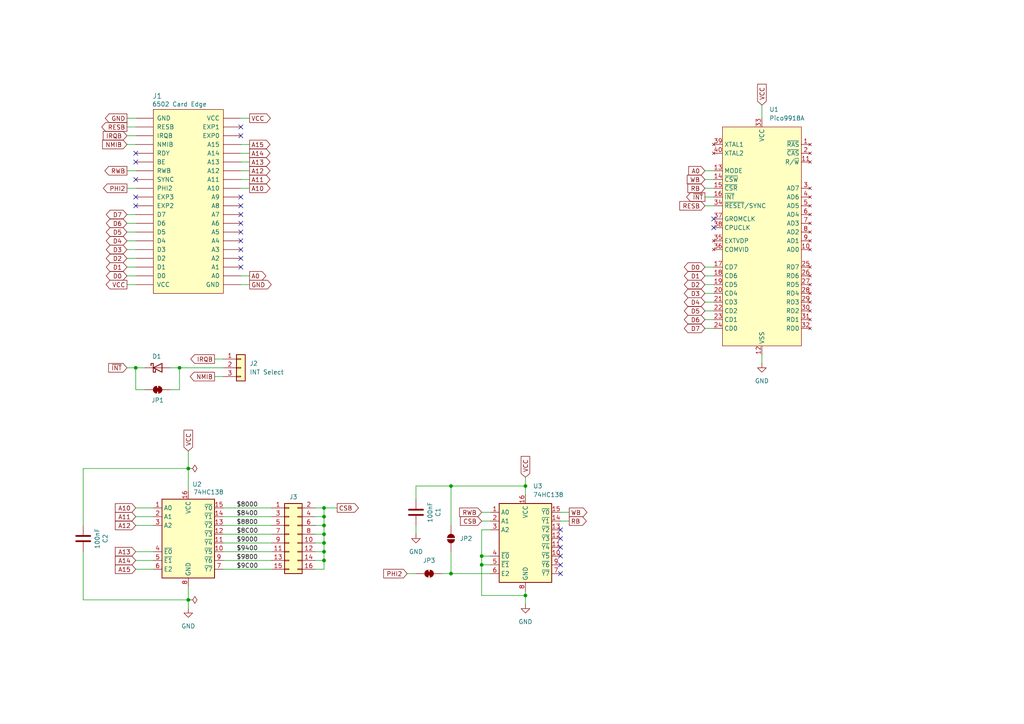
<source format=kicad_sch>
(kicad_sch (version 20250114) (generator "eeschema") (generator_version "9.0")
  (paper "A4")
  (title_block (title "6502 VGA Card") (date "2025-09-18") (rev "1.0") (company "A.C. Wright Design"))
  (lib_symbols
    (symbol "6502 Parts:6502 Card Edge" (pin_names (offset 1.016)) (in_bom no)
      (property "Reference" "J" (at -10.16 28.448 0))
      (property "Value" "6502 Card Edge" (at -5.588 26.924 0))
      (symbol "6502 Card Edge_1_0"
        (rectangle (start -10.16 25.4) (end 10.16 -27.94) (fill (type background)))
        (pin power_in line (at -15.24 22.86 0) (length 5.08) (name "GND") (number "GND"))
        (pin bidirectional line (at -15.24 20.32 0) (length 5.08) (name "RESB") (number "RESB"))
        (pin bidirectional line (at -15.24 17.78 0) (length 5.08) (name "IRQB") (number "IRQB"))
        (pin bidirectional line (at -15.24 15.24 0) (length 5.08) (name "NMIB") (number "NMIB"))
        (pin bidirectional line (at -15.24 12.7 0) (length 5.08) (name "RDY") (number "RDY"))
        (pin bidirectional line (at -15.24 10.16 0) (length 5.08) (name "BE") (number "BE"))
        (pin bidirectional line (at -15.24 7.62 0) (length 5.08) (name "RWB") (number "RWB"))
        (pin bidirectional line (at -15.24 5.08 0) (length 5.08) (name "SYNC") (number "SYNC"))
        (pin bidirectional line (at -15.24 2.54 0) (length 5.08) (name "PHI2") (number "PHI2"))
        (pin bidirectional line (at -15.24 0 0) (length 5.08) (name "EXP3") (number "EXP3"))
        (pin bidirectional line (at -15.24 -2.54 0) (length 5.08) (name "EXP2") (number "EXP2"))
        (pin bidirectional line (at -15.24 -5.08 0) (length 5.08) (name "D7") (number "D7"))
        (pin bidirectional line (at -15.24 -7.62 0) (length 5.08) (name "D6") (number "D6"))
        (pin bidirectional line (at -15.24 -10.16 0) (length 5.08) (name "D5") (number "D5"))
        (pin bidirectional line (at -15.24 -12.7 0) (length 5.08) (name "D4") (number "D4"))
        (pin bidirectional line (at -15.24 -15.24 0) (length 5.08) (name "D3") (number "D3"))
        (pin bidirectional line (at -15.24 -17.78 0) (length 5.08) (name "D2") (number "D2"))
        (pin bidirectional line (at -15.24 -20.32 0) (length 5.08) (name "D1") (number "D1"))
        (pin bidirectional line (at -15.24 -22.86 0) (length 5.08) (name "D0") (number "D0"))
        (pin power_in line (at -15.24 -25.4 0) (length 5.08) (name "VCC") (number "VCC"))
        (pin power_in line (at 15.24 22.86 180) (length 5.08) (name "VCC") (number "VCC"))
        (pin bidirectional line (at 15.24 20.32 180) (length 5.08) (name "EXP1") (number "EXP1"))
        (pin bidirectional line (at 15.24 17.78 180) (length 5.08) (name "EXP0") (number "EXP0"))
        (pin bidirectional line (at 15.24 15.24 180) (length 5.08) (name "A15") (number "A15"))
        (pin bidirectional line (at 15.24 12.7 180) (length 5.08) (name "A14") (number "A14"))
        (pin bidirectional line (at 15.24 10.16 180) (length 5.08) (name "A13") (number "A13"))
        (pin bidirectional line (at 15.24 7.62 180) (length 5.08) (name "A12") (number "A12"))
        (pin bidirectional line (at 15.24 5.08 180) (length 5.08) (name "A11") (number "A11"))
        (pin bidirectional line (at 15.24 2.54 180) (length 5.08) (name "A10") (number "A10"))
        (pin bidirectional line (at 15.24 0 180) (length 5.08) (name "A9") (number "A9"))
        (pin bidirectional line (at 15.24 -2.54 180) (length 5.08) (name "A8") (number "A8"))
        (pin bidirectional line (at 15.24 -5.08 180) (length 5.08) (name "A7") (number "A7"))
        (pin bidirectional line (at 15.24 -7.62 180) (length 5.08) (name "A6") (number "A6"))
        (pin bidirectional line (at 15.24 -10.16 180) (length 5.08) (name "A5") (number "A5"))
        (pin bidirectional line (at 15.24 -12.7 180) (length 5.08) (name "A4") (number "A4"))
        (pin bidirectional line (at 15.24 -15.24 180) (length 5.08) (name "A3") (number "A3"))
        (pin bidirectional line (at 15.24 -17.78 180) (length 5.08) (name "A2") (number "A2"))
        (pin bidirectional line (at 15.24 -20.32 180) (length 5.08) (name "A1") (number "A1"))
        (pin bidirectional line (at 15.24 -22.86 180) (length 5.08) (name "A0") (number "A0"))
        (pin power_in line (at 15.24 -25.4 180) (length 5.08) (name "GND") (number "GND"))
      )
    )
    (symbol "6502 Parts:Pico9918A"
      (property "Reference" "U" (at -11.176 34.036 0))
      (property "Value" "Pico9918A" (at -6.858 32.004 0))
      (symbol "Pico9918A_1_1"
        (rectangle (start -11.43 30.48) (end 11.43 -33.02) (fill (type background)))
        (pin no_connect line (at -13.97 25.4 0) (length 2.54) (name "XTAL1") (number "39"))
        (pin no_connect line (at -13.97 22.86 0) (length 2.54) (name "XTAL2") (number "40"))
        (pin input line (at -13.97 17.78 0) (length 2.54) (name "MODE") (number "13"))
        (pin input line (at -13.97 15.24 0) (length 2.54) (name "~{CSW}") (number "14"))
        (pin input line (at -13.97 12.7 0) (length 2.54) (name "~{CSR}") (number "15"))
        (pin output line (at -13.97 10.16 0) (length 2.54) (name "~{INT}") (number "16"))
        (pin input line (at -13.97 7.62 0) (length 2.54) (name "~{RESET}/SYNC") (number "34"))
        (pin output line (at -13.97 3.81 0) (length 2.54) (name "GROMCLK") (number "37"))
        (pin output line (at -13.97 1.27 0) (length 2.54) (name "CPUCLK") (number "38"))
        (pin no_connect line (at -13.97 -2.54 0) (length 2.54) (name "EXTVDP") (number "35"))
        (pin no_connect line (at -13.97 -5.08 0) (length 2.54) (name "COMVID") (number "36"))
        (pin bidirectional line (at -13.97 -10.16 0) (length 2.54) (name "CD7") (number "17"))
        (pin bidirectional line (at -13.97 -12.7 0) (length 2.54) (name "CD6") (number "18"))
        (pin bidirectional line (at -13.97 -15.24 0) (length 2.54) (name "CD5") (number "19"))
        (pin bidirectional line (at -13.97 -17.78 0) (length 2.54) (name "CD4") (number "20"))
        (pin bidirectional line (at -13.97 -20.32 0) (length 2.54) (name "CD3") (number "21"))
        (pin bidirectional line (at -13.97 -22.86 0) (length 2.54) (name "CD2") (number "22"))
        (pin bidirectional line (at -13.97 -25.4 0) (length 2.54) (name "CD1") (number "23"))
        (pin bidirectional line (at -13.97 -27.94 0) (length 2.54) (name "CD0") (number "24"))
        (pin input line (at 0 33.02 270) (length 2.54) (name "VCC") (number "33"))
        (pin power_in line (at 0 -35.56 90) (length 2.54) (name "VSS") (number "12"))
        (pin no_connect line (at 13.97 25.4 180) (length 2.54) (name "~{RAS}") (number "1"))
        (pin no_connect line (at 13.97 22.86 180) (length 2.54) (name "~{CAS}") (number "2"))
        (pin no_connect line (at 13.97 20.32 180) (length 2.54) (name "R/~{W}") (number "11"))
        (pin no_connect line (at 13.97 12.7 180) (length 2.54) (name "AD7") (number "3"))
        (pin no_connect line (at 13.97 10.16 180) (length 2.54) (name "AD6") (number "4"))
        (pin no_connect line (at 13.97 7.62 180) (length 2.54) (name "AD5") (number "5"))
        (pin no_connect line (at 13.97 5.08 180) (length 2.54) (name "AD4") (number "6"))
        (pin no_connect line (at 13.97 2.54 180) (length 2.54) (name "AD3") (number "7"))
        (pin no_connect line (at 13.97 0 180) (length 2.54) (name "AD2") (number "8"))
        (pin no_connect line (at 13.97 -2.54 180) (length 2.54) (name "AD1") (number "9"))
        (pin no_connect line (at 13.97 -5.08 180) (length 2.54) (name "AD0") (number "10"))
        (pin no_connect line (at 13.97 -10.16 180) (length 2.54) (name "RD7") (number "25"))
        (pin no_connect line (at 13.97 -12.7 180) (length 2.54) (name "RD6") (number "26"))
        (pin no_connect line (at 13.97 -15.24 180) (length 2.54) (name "RD5") (number "27"))
        (pin no_connect line (at 13.97 -17.78 180) (length 2.54) (name "RD4") (number "28"))
        (pin no_connect line (at 13.97 -20.32 180) (length 2.54) (name "RD3") (number "29"))
        (pin no_connect line (at 13.97 -22.86 180) (length 2.54) (name "RD2") (number "30"))
        (pin no_connect line (at 13.97 -25.4 180) (length 2.54) (name "RD1") (number "31"))
        (pin no_connect line (at 13.97 -27.94 180) (length 2.54) (name "RD0") (number "32"))
      )
    )
    (symbol "74xx:74HC138"
      (property "Reference" "U" (at -7.62 13.97 0))
      (property "Value" "74HC138" (at 2.54 -11.43 0))
      (symbol "74HC138_0_1"
        (rectangle (start -7.62 12.7) (end 7.62 -10.16) (stroke (width 0.254)) (fill (type background)))
      )
      (symbol "74HC138_1_1"
        (pin input line (at -10.16 10.16 0) (length 2.54) (name "A0") (number "1"))
        (pin input line (at -10.16 7.62 0) (length 2.54) (name "A1") (number "2"))
        (pin input line (at -10.16 5.08 0) (length 2.54) (name "A2") (number "3"))
        (pin input line (at -10.16 -2.54 0) (length 2.54) (name "~{E0}") (number "4"))
        (pin input line (at -10.16 -5.08 0) (length 2.54) (name "~{E1}") (number "5"))
        (pin input line (at -10.16 -7.62 0) (length 2.54) (name "E2") (number "6"))
        (pin power_in line (at 0 15.24 270) (length 2.54) (name "VCC") (number "16"))
        (pin power_in line (at 0 -12.7 90) (length 2.54) (name "GND") (number "8"))
        (pin output line (at 10.16 10.16 180) (length 2.54) (name "~{Y0}") (number "15"))
        (pin output line (at 10.16 7.62 180) (length 2.54) (name "~{Y1}") (number "14"))
        (pin output line (at 10.16 5.08 180) (length 2.54) (name "~{Y2}") (number "13"))
        (pin output line (at 10.16 2.54 180) (length 2.54) (name "~{Y3}") (number "12"))
        (pin output line (at 10.16 0 180) (length 2.54) (name "~{Y4}") (number "11"))
        (pin output line (at 10.16 -2.54 180) (length 2.54) (name "~{Y5}") (number "10"))
        (pin output line (at 10.16 -5.08 180) (length 2.54) (name "~{Y6}") (number "9"))
        (pin output line (at 10.16 -7.62 180) (length 2.54) (name "~{Y7}") (number "7"))
      )
    )
    (symbol "Connector_Generic:Conn_01x03" (pin_names (offset 1.016) (hide yes))
      (property "Reference" "J" (at 0 5.08 0))
      (property "Value" "Conn_01x03" (at 0 -5.08 0))
      (symbol "Conn_01x03_1_1"
        (rectangle (start -1.27 3.81) (end 1.27 -3.81) (stroke (width 0.254)) (fill (type background)))
        (rectangle (start -1.27 2.667) (end 0 2.413) (stroke (width 0.1524)))
        (rectangle (start -1.27 0.127) (end 0 -0.127) (stroke (width 0.1524)))
        (rectangle (start -1.27 -2.413) (end 0 -2.667) (stroke (width 0.1524)))
        (pin passive line (at -5.08 2.54 0) (length 3.81) (name "Pin_1") (number "1"))
        (pin passive line (at -5.08 0 0) (length 3.81) (name "Pin_2") (number "2"))
        (pin passive line (at -5.08 -2.54 0) (length 3.81) (name "Pin_3") (number "3"))
      )
    )
    (symbol "Connector_Generic:Conn_02x08_Odd_Even" (pin_names (offset 1.016) (hide yes))
      (property "Reference" "J" (at 1.27 10.16 0))
      (property "Value" "Conn_02x08_Odd_Even" (at 1.27 -12.7 0))
      (symbol "Conn_02x08_Odd_Even_1_1"
        (rectangle (start -1.27 8.89) (end 3.81 -11.43) (stroke (width 0.254)) (fill (type background)))
        (rectangle (start -1.27 7.747) (end 0 7.493) (stroke (width 0.1524)))
        (rectangle (start -1.27 5.207) (end 0 4.953) (stroke (width 0.1524)))
        (rectangle (start -1.27 2.667) (end 0 2.413) (stroke (width 0.1524)))
        (rectangle (start -1.27 0.127) (end 0 -0.127) (stroke (width 0.1524)))
        (rectangle (start -1.27 -2.413) (end 0 -2.667) (stroke (width 0.1524)))
        (rectangle (start -1.27 -4.953) (end 0 -5.207) (stroke (width 0.1524)))
        (rectangle (start -1.27 -7.493) (end 0 -7.747) (stroke (width 0.1524)))
        (rectangle (start -1.27 -10.033) (end 0 -10.287) (stroke (width 0.1524)))
        (rectangle (start 3.81 7.747) (end 2.54 7.493) (stroke (width 0.1524)))
        (rectangle (start 3.81 5.207) (end 2.54 4.953) (stroke (width 0.1524)))
        (rectangle (start 3.81 2.667) (end 2.54 2.413) (stroke (width 0.1524)))
        (rectangle (start 3.81 0.127) (end 2.54 -0.127) (stroke (width 0.1524)))
        (rectangle (start 3.81 -2.413) (end 2.54 -2.667) (stroke (width 0.1524)))
        (rectangle (start 3.81 -4.953) (end 2.54 -5.207) (stroke (width 0.1524)))
        (rectangle (start 3.81 -7.493) (end 2.54 -7.747) (stroke (width 0.1524)))
        (rectangle (start 3.81 -10.033) (end 2.54 -10.287) (stroke (width 0.1524)))
        (pin passive line (at -5.08 7.62 0) (length 3.81) (name "Pin_1") (number "1"))
        (pin passive line (at -5.08 5.08 0) (length 3.81) (name "Pin_3") (number "3"))
        (pin passive line (at -5.08 2.54 0) (length 3.81) (name "Pin_5") (number "5"))
        (pin passive line (at -5.08 0 0) (length 3.81) (name "Pin_7") (number "7"))
        (pin passive line (at -5.08 -2.54 0) (length 3.81) (name "Pin_9") (number "9"))
        (pin passive line (at -5.08 -5.08 0) (length 3.81) (name "Pin_11") (number "11"))
        (pin passive line (at -5.08 -7.62 0) (length 3.81) (name "Pin_13") (number "13"))
        (pin passive line (at -5.08 -10.16 0) (length 3.81) (name "Pin_15") (number "15"))
        (pin passive line (at 7.62 7.62 180) (length 3.81) (name "Pin_2") (number "2"))
        (pin passive line (at 7.62 5.08 180) (length 3.81) (name "Pin_4") (number "4"))
        (pin passive line (at 7.62 2.54 180) (length 3.81) (name "Pin_6") (number "6"))
        (pin passive line (at 7.62 0 180) (length 3.81) (name "Pin_8") (number "8"))
        (pin passive line (at 7.62 -2.54 180) (length 3.81) (name "Pin_10") (number "10"))
        (pin passive line (at 7.62 -5.08 180) (length 3.81) (name "Pin_12") (number "12"))
        (pin passive line (at 7.62 -7.62 180) (length 3.81) (name "Pin_14") (number "14"))
        (pin passive line (at 7.62 -10.16 180) (length 3.81) (name "Pin_16") (number "16"))
      )
    )
    (symbol "Device:C" (pin_numbers (hide yes)) (pin_names (offset 0.254))
      (property "Reference" "C" (at 0.635 2.54 0))
      (property "Value" "C" (at 0.635 -2.54 0))
      (symbol "C_0_1"
        (polyline (pts (xy -2.032 0.762) (xy 2.032 0.762)) (stroke (width 0.508)))
        (polyline (pts (xy -2.032 -0.762) (xy 2.032 -0.762)) (stroke (width 0.508)))
      )
      (symbol "C_1_1"
        (pin passive line (at 0 3.81 270) (length 2.794) (name "~") (number "1"))
        (pin passive line (at 0 -3.81 90) (length 2.794) (name "~") (number "2"))
      )
    )
    (symbol "Device:D_Schottky" (pin_numbers (hide yes)) (pin_names (offset 1.016) (hide yes))
      (property "Reference" "D" (at 0 2.54 0))
      (property "Value" "D_Schottky" (at 0 -2.54 0))
      (symbol "D_Schottky_0_1"
        (polyline (pts (xy -1.905 0.635) (xy -1.905 1.27) (xy -1.27 1.27) (xy -1.27 -1.27) (xy -0.635 -1.27) (xy -0.635 -0.635)) (stroke (width 0.254)))
        (polyline (pts (xy 1.27 1.27) (xy 1.27 -1.27) (xy -1.27 0) (xy 1.27 1.27)) (stroke (width 0.254)))
        (polyline (pts (xy 1.27 0) (xy -1.27 0)))
      )
      (symbol "D_Schottky_1_1"
        (pin passive line (at -3.81 0 0) (length 2.54) (name "K") (number "1"))
        (pin passive line (at 3.81 0 180) (length 2.54) (name "A") (number "2"))
      )
    )
    (symbol "Jumper:SolderJumper_2_Bridged" (pin_numbers (hide yes)) (pin_names (offset 0) (hide yes)) (exclude_from_sim yes) (in_bom no)
      (property "Reference" "JP" (at 0 2.032 0))
      (property "Value" "SolderJumper_2_Bridged" (at 0 -2.54 0))
      (symbol "SolderJumper_2_Bridged_0_1"
        (rectangle (start -0.508 0.508) (end 0.508 -0.508) (fill (type outline)))
        (polyline (pts (xy -0.254 1.016) (xy -0.254 -1.016)))
        (arc (start -0.254 -1.016) (mid -1.2656 0) (end -0.254 1.016))
        (arc (start -0.254 -1.016) (mid -1.2656 0) (end -0.254 1.016) (fill (type outline)))
        (arc (start 0.254 1.016) (mid 1.2656 0) (end 0.254 -1.016))
        (arc (start 0.254 1.016) (mid 1.2656 0) (end 0.254 -1.016) (fill (type outline)))
        (polyline (pts (xy 0.254 1.016) (xy 0.254 -1.016)))
      )
      (symbol "SolderJumper_2_Bridged_1_1"
        (pin passive line (at -3.81 0 0) (length 2.54) (name "A") (number "1"))
        (pin passive line (at 3.81 0 180) (length 2.54) (name "B") (number "2"))
      )
    )
    (symbol "Jumper:SolderJumper_2_Open" (pin_numbers (hide yes)) (pin_names (offset 0) (hide yes)) (exclude_from_sim yes) (in_bom no)
      (property "Reference" "JP" (at 0 2.032 0))
      (property "Value" "SolderJumper_2_Open" (at 0 -2.54 0))
      (symbol "SolderJumper_2_Open_0_1"
        (polyline (pts (xy -0.254 1.016) (xy -0.254 -1.016)))
        (arc (start -0.254 -1.016) (mid -1.2656 0) (end -0.254 1.016))
        (arc (start -0.254 -1.016) (mid -1.2656 0) (end -0.254 1.016) (fill (type outline)))
        (arc (start 0.254 1.016) (mid 1.2656 0) (end 0.254 -1.016))
        (arc (start 0.254 1.016) (mid 1.2656 0) (end 0.254 -1.016) (fill (type outline)))
        (polyline (pts (xy 0.254 1.016) (xy 0.254 -1.016)))
      )
      (symbol "SolderJumper_2_Open_1_1"
        (pin passive line (at -3.81 0 0) (length 2.54) (name "A") (number "1"))
        (pin passive line (at 3.81 0 180) (length 2.54) (name "B") (number "2"))
      )
    )
    (symbol "SolderJumper_2_Bridged_1" (pin_numbers (hide yes)) (pin_names (offset 0) (hide yes)) (in_bom no)
      (property "Reference" "JP" (at 0 2.032 0))
      (property "Value" "SolderJumper_2_Bridged" (at 0 -2.54 0))
      (symbol "SolderJumper_2_Bridged_1_0_1"
        (rectangle (start -0.508 0.508) (end 0.508 -0.508) (fill (type outline)))
        (polyline (pts (xy -0.254 1.016) (xy -0.254 -1.016)))
        (arc (start -0.254 -1.016) (mid -1.2656 0) (end -0.254 1.016))
        (arc (start -0.254 -1.016) (mid -1.2656 0) (end -0.254 1.016) (fill (type outline)))
        (arc (start 0.254 1.016) (mid 1.2656 0) (end 0.254 -1.016))
        (arc (start 0.254 1.016) (mid 1.2656 0) (end 0.254 -1.016) (fill (type outline)))
        (polyline (pts (xy 0.254 1.016) (xy 0.254 -1.016)))
      )
      (symbol "SolderJumper_2_Bridged_1_1_1"
        (pin passive line (at -3.81 0 0) (length 2.54) (name "A") (number "1"))
        (pin passive line (at 3.81 0 180) (length 2.54) (name "B") (number "2"))
      )
    )
    (symbol "power:GND" (power) (pin_numbers (hide yes)) (pin_names (offset 0) (hide yes))
      (property "Value" "GND" (at 0 -3.81 0))
      (symbol "GND_0_1"
        (polyline (pts (xy 0 0) (xy 0 -1.27) (xy 1.27 -1.27) (xy 0 -2.54) (xy -1.27 -1.27) (xy 0 -1.27)))
      )
      (symbol "GND_1_1"
        (pin power_in line (at 0 0 270) (length 0) (name "~") (number "1"))
      )
    )
    (symbol "power:PWR_FLAG" (power) (pin_numbers (hide yes)) (pin_names (offset 0) (hide yes))
      (property "Value" "PWR_FLAG" (at 0 3.81 0))
      (symbol "PWR_FLAG_0_0"
        (pin power_out line (at 0 0 90) (length 0) (name "~") (number "1"))
      )
      (symbol "PWR_FLAG_0_1"
        (polyline (pts (xy 0 0) (xy 0 1.27) (xy -1.016 1.905) (xy 0 2.54) (xy 1.016 1.905) (xy 0 1.27)))
      )
    )
  )
  (junction (at 130.81 140.97))
  (junction (at 54.61 135.89))
  (junction (at 93.98 157.48))
  (junction (at 93.98 162.56))
  (junction (at 39.37 106.68))
  (junction (at 54.61 173.99))
  (junction (at 152.4 140.97))
  (junction (at 93.98 147.32))
  (junction (at 93.98 160.02))
  (junction (at 152.4 172.72))
  (junction (at 130.81 166.37))
  (junction (at 139.7 163.83))
  (junction (at 52.07 106.68))
  (junction (at 93.98 154.94))
  (junction (at 93.98 149.86))
  (junction (at 139.7 161.29))
  (junction (at 93.98 152.4))
  (no_connect (at 39.37 52.07))
  (no_connect (at 39.37 44.45))
  (no_connect (at 39.37 59.69))
  (no_connect (at 207.01 63.5))
  (no_connect (at 69.85 72.39))
  (no_connect (at 69.85 77.47))
  (no_connect (at 162.56 158.75))
  (no_connect (at 69.85 59.69))
  (no_connect (at 162.56 161.29))
  (no_connect (at 69.85 69.85))
  (no_connect (at 69.85 36.83))
  (no_connect (at 39.37 57.15))
  (no_connect (at 162.56 156.21))
  (no_connect (at 207.01 66.04))
  (no_connect (at 69.85 64.77))
  (no_connect (at 39.37 46.99))
  (no_connect (at 69.85 39.37))
  (no_connect (at 162.56 153.67))
  (no_connect (at 69.85 74.93))
  (no_connect (at 69.85 62.23))
  (no_connect (at 162.56 163.83))
  (no_connect (at 69.85 67.31))
  (no_connect (at 69.85 57.15))
  (no_connect (at 162.56 166.37))
  (wire (pts (xy 130.81 166.37) (xy 142.24 166.37)))
  (wire (pts (xy 139.7 148.59) (xy 142.24 148.59)))
  (wire (pts (xy 93.98 154.94) (xy 91.44 154.94)))
  (wire (pts (xy 130.81 152.4) (xy 130.81 140.97)))
  (wire (pts (xy 69.85 41.91) (xy 72.39 41.91)))
  (wire (pts (xy 93.98 149.86) (xy 91.44 149.86)))
  (wire (pts (xy 24.13 173.99) (xy 24.13 160.02)))
  (wire (pts (xy 36.83 54.61) (xy 39.37 54.61)))
  (wire (pts (xy 118.11 166.37) (xy 120.65 166.37)))
  (wire (pts (xy 204.47 49.53) (xy 207.01 49.53)))
  (wire (pts (xy 220.98 102.87) (xy 220.98 105.41)))
  (wire (pts (xy 36.83 62.23) (xy 39.37 62.23)))
  (wire (pts (xy 64.77 157.48) (xy 78.74 157.48)))
  (wire (pts (xy 69.85 46.99) (xy 72.39 46.99)))
  (wire (pts (xy 36.83 36.83) (xy 39.37 36.83)))
  (wire (pts (xy 69.85 52.07) (xy 72.39 52.07)))
  (wire (pts (xy 69.85 54.61) (xy 72.39 54.61)))
  (wire (pts (xy 204.47 57.15) (xy 207.01 57.15)))
  (wire (pts (xy 54.61 170.18) (xy 54.61 173.99)))
  (wire (pts (xy 54.61 142.24) (xy 54.61 135.89)))
  (wire (pts (xy 36.83 72.39) (xy 39.37 72.39)))
  (wire (pts (xy 93.98 157.48) (xy 93.98 154.94)))
  (wire (pts (xy 204.47 77.47) (xy 207.01 77.47)))
  (wire (pts (xy 130.81 160.02) (xy 130.81 166.37)))
  (wire (pts (xy 162.56 151.13) (xy 165.1 151.13)))
  (wire (pts (xy 91.44 165.1) (xy 93.98 165.1)))
  (wire (pts (xy 39.37 149.86) (xy 44.45 149.86)))
  (wire (pts (xy 120.65 140.97) (xy 130.81 140.97)))
  (wire (pts (xy 204.47 59.69) (xy 207.01 59.69)))
  (wire (pts (xy 36.83 39.37) (xy 39.37 39.37)))
  (wire (pts (xy 52.07 106.68) (xy 49.53 106.68)))
  (wire (pts (xy 93.98 162.56) (xy 91.44 162.56)))
  (wire (pts (xy 93.98 165.1) (xy 93.98 162.56)))
  (wire (pts (xy 152.4 171.45) (xy 152.4 172.72)))
  (wire (pts (xy 93.98 160.02) (xy 93.98 157.48)))
  (wire (pts (xy 39.37 152.4) (xy 44.45 152.4)))
  (wire (pts (xy 204.47 85.09) (xy 207.01 85.09)))
  (wire (pts (xy 139.7 153.67) (xy 139.7 161.29)))
  (wire (pts (xy 36.83 82.55) (xy 39.37 82.55)))
  (wire (pts (xy 139.7 172.72) (xy 152.4 172.72)))
  (wire (pts (xy 36.83 64.77) (xy 39.37 64.77)))
  (wire (pts (xy 69.85 80.01) (xy 72.39 80.01)))
  (wire (pts (xy 64.77 152.4) (xy 78.74 152.4)))
  (wire (pts (xy 36.83 106.68) (xy 39.37 106.68)))
  (wire (pts (xy 152.4 138.43) (xy 152.4 140.97)))
  (wire (pts (xy 93.98 157.48) (xy 91.44 157.48)))
  (wire (pts (xy 93.98 149.86) (xy 93.98 147.32)))
  (wire (pts (xy 69.85 34.29) (xy 72.39 34.29)))
  (wire (pts (xy 139.7 151.13) (xy 142.24 151.13)))
  (wire (pts (xy 39.37 162.56) (xy 44.45 162.56)))
  (wire (pts (xy 36.83 67.31) (xy 39.37 67.31)))
  (wire (pts (xy 62.23 109.22) (xy 64.77 109.22)))
  (wire (pts (xy 91.44 152.4) (xy 93.98 152.4)))
  (wire (pts (xy 204.47 92.71) (xy 207.01 92.71)))
  (wire (pts (xy 93.98 154.94) (xy 93.98 152.4)))
  (wire (pts (xy 120.65 152.4) (xy 120.65 154.94)))
  (wire (pts (xy 93.98 152.4) (xy 93.98 149.86)))
  (wire (pts (xy 36.83 41.91) (xy 39.37 41.91)))
  (wire (pts (xy 152.4 140.97) (xy 152.4 143.51)))
  (wire (pts (xy 24.13 173.99) (xy 54.61 173.99)))
  (wire (pts (xy 120.65 144.78) (xy 120.65 140.97)))
  (wire (pts (xy 69.85 44.45) (xy 72.39 44.45)))
  (wire (pts (xy 62.23 104.14) (xy 64.77 104.14)))
  (wire (pts (xy 64.77 160.02) (xy 78.74 160.02)))
  (wire (pts (xy 64.77 154.94) (xy 78.74 154.94)))
  (wire (pts (xy 39.37 106.68) (xy 41.91 106.68)))
  (wire (pts (xy 36.83 77.47) (xy 39.37 77.47)))
  (wire (pts (xy 93.98 147.32) (xy 97.79 147.32)))
  (wire (pts (xy 24.13 135.89) (xy 24.13 152.4)))
  (wire (pts (xy 204.47 90.17) (xy 207.01 90.17)))
  (wire (pts (xy 39.37 106.68) (xy 39.37 113.03)))
  (wire (pts (xy 36.83 74.93) (xy 39.37 74.93)))
  (wire (pts (xy 142.24 153.67) (xy 139.7 153.67)))
  (wire (pts (xy 36.83 80.01) (xy 39.37 80.01)))
  (wire (pts (xy 39.37 160.02) (xy 44.45 160.02)))
  (wire (pts (xy 128.27 166.37) (xy 130.81 166.37)))
  (wire (pts (xy 54.61 135.89) (xy 24.13 135.89)))
  (wire (pts (xy 204.47 54.61) (xy 207.01 54.61)))
  (wire (pts (xy 39.37 113.03) (xy 41.91 113.03)))
  (wire (pts (xy 139.7 161.29) (xy 139.7 163.83)))
  (wire (pts (xy 162.56 148.59) (xy 165.1 148.59)))
  (wire (pts (xy 64.77 149.86) (xy 78.74 149.86)))
  (wire (pts (xy 36.83 69.85) (xy 39.37 69.85)))
  (wire (pts (xy 69.85 82.55) (xy 72.39 82.55)))
  (wire (pts (xy 36.83 49.53) (xy 39.37 49.53)))
  (wire (pts (xy 64.77 162.56) (xy 78.74 162.56)))
  (wire (pts (xy 54.61 135.89) (xy 54.61 130.81)))
  (wire (pts (xy 39.37 147.32) (xy 44.45 147.32)))
  (wire (pts (xy 39.37 165.1) (xy 44.45 165.1)))
  (wire (pts (xy 204.47 95.25) (xy 207.01 95.25)))
  (wire (pts (xy 64.77 165.1) (xy 78.74 165.1)))
  (wire (pts (xy 220.98 30.48) (xy 220.98 34.29)))
  (wire (pts (xy 204.47 52.07) (xy 207.01 52.07)))
  (wire (pts (xy 69.85 49.53) (xy 72.39 49.53)))
  (wire (pts (xy 139.7 163.83) (xy 139.7 172.72)))
  (wire (pts (xy 93.98 162.56) (xy 93.98 160.02)))
  (wire (pts (xy 142.24 161.29) (xy 139.7 161.29)))
  (wire (pts (xy 36.83 34.29) (xy 39.37 34.29)))
  (wire (pts (xy 52.07 106.68) (xy 64.77 106.68)))
  (wire (pts (xy 54.61 173.99) (xy 54.61 176.53)))
  (wire (pts (xy 204.47 87.63) (xy 207.01 87.63)))
  (wire (pts (xy 152.4 172.72) (xy 152.4 175.26)))
  (wire (pts (xy 93.98 160.02) (xy 91.44 160.02)))
  (wire (pts (xy 139.7 163.83) (xy 142.24 163.83)))
  (wire (pts (xy 64.77 147.32) (xy 78.74 147.32)))
  (wire (pts (xy 52.07 113.03) (xy 52.07 106.68)))
  (wire (pts (xy 91.44 147.32) (xy 93.98 147.32)))
  (wire (pts (xy 204.47 80.01) (xy 207.01 80.01)))
  (wire (pts (xy 204.47 82.55) (xy 207.01 82.55)))
  (wire (pts (xy 49.53 113.03) (xy 52.07 113.03)))
  (wire (pts (xy 130.81 140.97) (xy 152.4 140.97)))
  (label "$8C00" (at 68.58 154.94 0))
  (label "$9000" (at 68.58 157.48 0))
  (label "$9C00" (at 68.58 165.1 0))
  (label "$9400" (at 68.58 160.02 0))
  (label "$8000" (at 68.58 147.32 0))
  (label "$9800" (at 68.58 162.56 0))
  (label "$8800" (at 68.58 152.4 0))
  (label "$8400" (at 68.58 149.86 0))
  (global_label "VCC" (shape input) (at 220.98 30.48 90) (property "Intersheetrefs" "${INTERSHEET_REFS}" (effects (hide yes))))
  (global_label "RESB" (shape input) (at 204.47 59.69 180) (property "Intersheetrefs" "${INTERSHEET_REFS}" (effects (hide yes))))
  (global_label "D4" (shape bidirectional) (at 204.47 87.63 180) (property "Intersheetrefs" "${INTERSHEET_REFS}" (effects (hide yes))))
  (global_label "D7" (shape bidirectional) (at 204.47 95.25 180) (property "Intersheetrefs" "${INTERSHEET_REFS}" (effects (hide yes))))
  (global_label "D5" (shape bidirectional) (at 204.47 90.17 180) (property "Intersheetrefs" "${INTERSHEET_REFS}" (effects (hide yes))))
  (global_label "A15" (shape output) (at 72.39 41.91 0) (property "Intersheetrefs" "${INTERSHEET_REFS}" (effects (hide yes))))
  (global_label "VCC" (shape input) (at 152.4 138.43 90) (property "Intersheetrefs" "${INTERSHEET_REFS}" (effects (hide yes))))
  (global_label "WB" (shape input) (at 204.47 52.07 180) (property "Intersheetrefs" "${INTERSHEET_REFS}" (effects (hide yes))))
  (global_label "D1" (shape bidirectional) (at 204.47 80.01 180) (property "Intersheetrefs" "${INTERSHEET_REFS}" (effects (hide yes))))
  (global_label "D1" (shape bidirectional) (at 36.83 77.47 180) (property "Intersheetrefs" "${INTERSHEET_REFS}" (effects (hide yes))))
  (global_label "IRQB" (shape input) (at 36.83 39.37 180) (property "Intersheetrefs" "${INTERSHEET_REFS}" (effects (hide yes))))
  (global_label "A14" (shape input) (at 39.37 162.56 180) (property "Intersheetrefs" "${INTERSHEET_REFS}" (effects (hide yes))))
  (global_label "A13" (shape input) (at 39.37 160.02 180) (property "Intersheetrefs" "${INTERSHEET_REFS}" (effects (hide yes))))
  (global_label "GND" (shape output) (at 72.39 82.55 0) (property "Intersheetrefs" "${INTERSHEET_REFS}" (effects (hide yes))))
  (global_label "VCC" (shape input) (at 54.61 130.81 90) (property "Intersheetrefs" "${INTERSHEET_REFS}" (effects (hide yes))))
  (global_label "D5" (shape bidirectional) (at 36.83 67.31 180) (property "Intersheetrefs" "${INTERSHEET_REFS}" (effects (hide yes))))
  (global_label "A0" (shape input) (at 204.47 49.53 180) (property "Intersheetrefs" "${INTERSHEET_REFS}" (effects (hide yes))))
  (global_label "D6" (shape bidirectional) (at 204.47 92.71 180) (property "Intersheetrefs" "${INTERSHEET_REFS}" (effects (hide yes))))
  (global_label "A10" (shape input) (at 39.37 147.32 180) (property "Intersheetrefs" "${INTERSHEET_REFS}" (effects (hide yes))))
  (global_label "D0" (shape bidirectional) (at 204.47 77.47 180) (property "Intersheetrefs" "${INTERSHEET_REFS}" (effects (hide yes))))
  (global_label "A10" (shape output) (at 72.39 54.61 0) (property "Intersheetrefs" "${INTERSHEET_REFS}" (effects (hide yes))))
  (global_label "D2" (shape bidirectional) (at 204.47 82.55 180) (property "Intersheetrefs" "${INTERSHEET_REFS}" (effects (hide yes))))
  (global_label "D6" (shape bidirectional) (at 36.83 64.77 180) (property "Intersheetrefs" "${INTERSHEET_REFS}" (effects (hide yes))))
  (global_label "GND" (shape output) (at 36.83 34.29 180) (property "Intersheetrefs" "${INTERSHEET_REFS}" (effects (hide yes))))
  (global_label "CSB" (shape input) (at 139.7 151.13 180) (property "Intersheetrefs" "${INTERSHEET_REFS}" (effects (hide yes))))
  (global_label "RESB" (shape output) (at 36.83 36.83 180) (property "Intersheetrefs" "${INTERSHEET_REFS}" (effects (hide yes))))
  (global_label "WB" (shape output) (at 165.1 148.59 0) (property "Intersheetrefs" "${INTERSHEET_REFS}" (effects (hide yes))))
  (global_label "RB" (shape input) (at 204.47 54.61 180) (property "Intersheetrefs" "${INTERSHEET_REFS}" (effects (hide yes))))
  (global_label "A14" (shape output) (at 72.39 44.45 0) (property "Intersheetrefs" "${INTERSHEET_REFS}" (effects (hide yes))))
  (global_label "D2" (shape bidirectional) (at 36.83 74.93 180) (property "Intersheetrefs" "${INTERSHEET_REFS}" (effects (hide yes))))
  (global_label "A12" (shape input) (at 39.37 152.4 180) (property "Intersheetrefs" "${INTERSHEET_REFS}" (effects (hide yes))))
  (global_label "RWB" (shape input) (at 139.7 148.59 180) (property "Intersheetrefs" "${INTERSHEET_REFS}" (effects (hide yes))))
  (global_label "NMIB" (shape input) (at 36.83 41.91 180) (property "Intersheetrefs" "${INTERSHEET_REFS}" (effects (hide yes))))
  (global_label "VCC" (shape output) (at 36.83 82.55 180) (property "Intersheetrefs" "${INTERSHEET_REFS}" (effects (hide yes))))
  (global_label "A15" (shape input) (at 39.37 165.1 180) (property "Intersheetrefs" "${INTERSHEET_REFS}" (effects (hide yes))))
  (global_label "A11" (shape input) (at 39.37 149.86 180) (property "Intersheetrefs" "${INTERSHEET_REFS}" (effects (hide yes))))
  (global_label "VCC" (shape output) (at 72.39 34.29 0) (property "Intersheetrefs" "${INTERSHEET_REFS}" (effects (hide yes))))
  (global_label "~{INT}" (shape output) (at 204.47 57.15 180) (property "Intersheetrefs" "${INTERSHEET_REFS}" (effects (hide yes))))
  (global_label "A11" (shape output) (at 72.39 52.07 0) (property "Intersheetrefs" "${INTERSHEET_REFS}" (effects (hide yes))))
  (global_label "D0" (shape bidirectional) (at 36.83 80.01 180) (property "Intersheetrefs" "${INTERSHEET_REFS}" (effects (hide yes))))
  (global_label "A12" (shape output) (at 72.39 49.53 0) (property "Intersheetrefs" "${INTERSHEET_REFS}" (effects (hide yes))))
  (global_label "CSB" (shape output) (at 97.79 147.32 0) (property "Intersheetrefs" "${INTERSHEET_REFS}" (effects (hide yes))))
  (global_label "A13" (shape output) (at 72.39 46.99 0) (property "Intersheetrefs" "${INTERSHEET_REFS}" (effects (hide yes))))
  (global_label "NMIB" (shape output) (at 62.23 109.22 180) (property "Intersheetrefs" "${INTERSHEET_REFS}" (effects (hide yes))))
  (global_label "PHI2" (shape output) (at 36.83 54.61 180) (property "Intersheetrefs" "${INTERSHEET_REFS}" (effects (hide yes))))
  (global_label "D4" (shape bidirectional) (at 36.83 69.85 180) (property "Intersheetrefs" "${INTERSHEET_REFS}" (effects (hide yes))))
  (global_label "D7" (shape bidirectional) (at 36.83 62.23 180) (property "Intersheetrefs" "${INTERSHEET_REFS}" (effects (hide yes))))
  (global_label "PHI2" (shape input) (at 118.11 166.37 180) (property "Intersheetrefs" "${INTERSHEET_REFS}" (effects (hide yes))))
  (global_label "RWB" (shape output) (at 36.83 49.53 180) (property "Intersheetrefs" "${INTERSHEET_REFS}" (effects (hide yes))))
  (global_label "A0" (shape output) (at 72.39 80.01 0) (property "Intersheetrefs" "${INTERSHEET_REFS}" (effects (hide yes))))
  (global_label "D3" (shape bidirectional) (at 204.47 85.09 180) (property "Intersheetrefs" "${INTERSHEET_REFS}" (effects (hide yes))))
  (global_label "D3" (shape bidirectional) (at 36.83 72.39 180) (property "Intersheetrefs" "${INTERSHEET_REFS}" (effects (hide yes))))
  (global_label "RB" (shape output) (at 165.1 151.13 0) (property "Intersheetrefs" "${INTERSHEET_REFS}" (effects (hide yes))))
  (global_label "~{INT}" (shape input) (at 36.83 106.68 180) (property "Intersheetrefs" "${INTERSHEET_REFS}" (effects (hide yes))))
  (global_label "IRQB" (shape output) (at 62.23 104.14 180) (property "Intersheetrefs" "${INTERSHEET_REFS}" (effects (hide yes))))
  (symbol (lib_id "74xx:74HC138") (at 54.61 157.48 0) (unit 1)
    (property "Reference" "U2" (at 57.15 140.462 0))
    (property "Value" "74HC138" (at 60.452 142.748 0))
    (property "Footprint" "Package_SO:SOIC-16_3.9x9.9mm_P1.27mm" (effects (hide yes)))
    (property "Datasheet" "http://www.ti.com/lit/ds/symlink/cd74hc238.pdf" (effects (hide yes)))
    (property "Description" "3-to-8 line decoder/multiplexer inverting, DIP-16/SOIC-16/SSOP-16" (effects (hide yes)))
    (property "LCSC" "C5602" (effects (hide yes)))
  )
  (symbol (lib_id "Connector_Generic:Conn_01x03") (at 69.85 106.68 0) (unit 1) (in_bom no)
    (property "Reference" "J2" (at 72.39 105.4099 0) (effects (justify left)))
    (property "Value" "INT Select" (at 72.39 107.9499 0) (effects (justify left)))
    (property "Footprint" "Connector_PinHeader_2.54mm:PinHeader_1x03_P2.54mm_Vertical" (effects (hide yes)))
    (property "Description" "Generic connector, single row, 01x03, script generated (kicad-library-utils/schlib/autogen/connector/)" (effects (hide yes)))
  )
  (symbol (lib_id "power:PWR_FLAG") (at 54.61 135.89 270) (unit 1)
    (property "Reference" "#FLG01" (effects (hide yes)))
    (property "Value" "PWR_FLAG" (effects (hide yes)))
    (property "Description" "Special symbol for telling ERC where power comes from" (effects (hide yes)))
  )
  (symbol (lib_id "6502 Parts:6502 Card Edge") (at 54.61 57.15 0) (unit 1) (in_bom no)
    (property "Reference" "J1" (at 44.196 28.702 0) (effects (font (size 1.4986 1.4986)) (justify left bottom)))
    (property "Value" "6502 Card Edge" (at 52.07 30.226 0))
    (property "Footprint" "6502 Parts:6502 Card Edge" (effects (hide yes)))
  )
  (symbol (lib_id "power:GND") (at 120.65 154.94 0) (unit 1)
    (property "Reference" "#PWR02" (effects (hide yes)))
    (property "Value" "GND" (at 120.65 160.02 0))
    (property "Description" "Power symbol creates a global label with name \"GND\" , ground" (effects (hide yes)))
  )
  (symbol (lib_id "power:GND") (at 54.61 176.53 0) (unit 1)
    (property "Reference" "#PWR04" (effects (hide yes)))
    (property "Value" "GND" (at 54.61 181.61 0))
    (property "Description" "Power symbol creates a global label with name \"GND\" , ground" (effects (hide yes)))
  )
  (symbol (lib_id "power:GND") (at 152.4 175.26 0) (unit 1)
    (property "Reference" "#PWR03" (effects (hide yes)))
    (property "Value" "GND" (at 152.4 180.34 0))
    (property "Description" "Power symbol creates a global label with name \"GND\" , ground" (effects (hide yes)))
  )
  (symbol (lib_id "6502 Parts:Pico9918A") (at 220.98 67.31 0) (unit 1) (in_bom no)
    (property "Reference" "U1" (at 223.1233 31.75 0) (effects (justify left)))
    (property "Value" "Pico9918A" (at 223.1233 34.29 0) (effects (justify left)))
    (property "Footprint" "Package_DIP:DIP-40_W15.24mm_LongPads" (effects (hide yes)))
    (property "Datasheet" "https://www.cs.columbia.edu/~sedwards/papers/TMS9918.pdf" (effects (hide yes)))
  )
  (symbol (lib_id "power:PWR_FLAG") (at 54.61 173.99 270) (unit 1)
    (property "Reference" "#FLG02" (effects (hide yes)))
    (property "Value" "PWR_FLAG" (effects (hide yes)))
    (property "Description" "Special symbol for telling ERC where power comes from" (effects (hide yes)))
  )
  (symbol (lib_id "Device:D_Schottky") (at 45.72 106.68 0) (unit 1) (in_bom no)
    (property "Reference" "D1" (at 45.466 103.378 0))
    (property "Value" "D_Schottky" (effects (hide yes)))
    (property "Footprint" "Diode_THT:D_DO-35_SOD27_P7.62mm_Horizontal" (effects (hide yes)))
    (property "Description" "Schottky diode" (effects (hide yes)))
  )
  (symbol (lib_name "SolderJumper_2_Bridged_1") (lib_id "Jumper:SolderJumper_2_Bridged") (at 45.72 113.03 0) (unit 1) (in_bom no)
    (property "Reference" "JP1" (at 45.72 116.078 0))
    (property "Value" "SolderJumper_2_Bridged" (effects (hide yes)))
    (property "Footprint" "Jumper:SolderJumper-2_P1.3mm_Bridged_RoundedPad1.0x1.5mm" (effects (hide yes)))
    (property "Description" "Solder Jumper, 2-pole, closed/bridged" (effects (hide yes)))
  )
  (symbol (lib_id "Device:C") (at 24.13 156.21 0) (unit 1)
    (property "Reference" "C2" (at 30.5308 156.21 90))
    (property "Value" "100nF" (at 28.2194 156.21 90))
    (property "Footprint" "Capacitor_SMD:C_0805_2012Metric" (effects (hide yes)))
    (property "LCSC" "C49678" (effects (hide yes)))
  )
  (symbol (lib_id "Device:C") (at 120.65 148.59 0) (unit 1)
    (property "Reference" "C1" (at 127.0508 148.59 90))
    (property "Value" "100nF" (at 124.7394 148.59 90))
    (property "Footprint" "Capacitor_SMD:C_0805_2012Metric" (effects (hide yes)))
    (property "LCSC" "C49678" (effects (hide yes)))
  )
  (symbol (lib_id "Jumper:SolderJumper_2_Open") (at 130.81 156.21 270) (unit 1) (in_bom no)
    (property "Reference" "JP2" (at 133.35 156.2099 90) (effects (justify left)))
    (property "Value" "SolderJumper_2_Open" (effects (hide yes)))
    (property "Footprint" "Jumper:SolderJumper-2_P1.3mm_Open_RoundedPad1.0x1.5mm" (effects (hide yes)))
    (property "Description" "Solder Jumper, 2-pole, open" (effects (hide yes)))
  )
  (symbol (lib_id "power:GND") (at 220.98 105.41 0) (unit 1)
    (property "Reference" "#PWR01" (effects (hide yes)))
    (property "Value" "GND" (at 220.98 110.49 0))
    (property "Description" "Power symbol creates a global label with name \"GND\" , ground" (effects (hide yes)))
  )
  (symbol (lib_id "Jumper:SolderJumper_2_Bridged") (at 124.46 166.37 180) (unit 1) (in_bom no)
    (property "Reference" "JP3" (at 124.46 162.56 0))
    (property "Value" "SolderJumper_2_Bridged" (effects (hide yes)))
    (property "Footprint" "Jumper:SolderJumper-2_P1.3mm_Bridged_RoundedPad1.0x1.5mm" (effects (hide yes)))
    (property "Description" "Solder Jumper, 2-pole, closed/bridged" (effects (hide yes)))
  )
  (symbol (lib_id "Connector_Generic:Conn_02x08_Odd_Even") (at 83.82 154.94 0) (unit 1) (in_bom no)
    (property "Reference" "J3" (at 85.09 144.145 0))
    (property "Value" "Conn_02x08_Odd_Even" (effects (hide yes)))
    (property "Footprint" "Connector_PinHeader_2.54mm:PinHeader_2x08_P2.54mm_Vertical" (effects (hide yes)))
  )
  (symbol (lib_id "74xx:74HC138") (at 152.4 158.75 0) (unit 1)
    (property "Reference" "U3" (at 154.5941 140.97 0) (effects (justify left)))
    (property "Value" "74HC138" (at 154.5941 143.51 0) (effects (justify left)))
    (property "Footprint" "Package_SO:SOIC-16_3.9x9.9mm_P1.27mm" (effects (hide yes)))
    (property "Datasheet" "http://www.ti.com/lit/ds/symlink/cd74hc238.pdf" (effects (hide yes)))
    (property "Description" "3-to-8 line decoder/multiplexer inverting, DIP-16/SOIC-16/SSOP-16" (effects (hide yes)))
    (property "LCSC" "C5602" (effects (hide yes)))
  )
)
</source>
